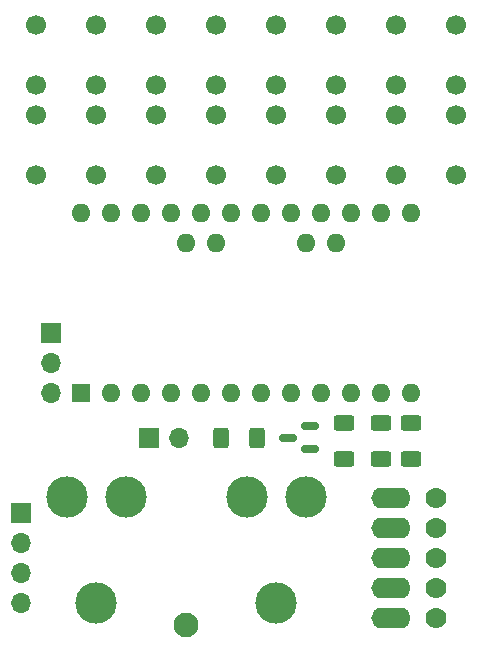
<source format=gbr>
%TF.GenerationSoftware,KiCad,Pcbnew,(6.0.7)*%
%TF.CreationDate,2022-08-14T18:42:22+02:00*%
%TF.ProjectId,BURC_Encoder_JRFormat,42555243-5f45-46e6-936f-6465725f4a52,v1.0*%
%TF.SameCoordinates,Original*%
%TF.FileFunction,Soldermask,Top*%
%TF.FilePolarity,Negative*%
%FSLAX46Y46*%
G04 Gerber Fmt 4.6, Leading zero omitted, Abs format (unit mm)*
G04 Created by KiCad (PCBNEW (6.0.7)) date 2022-08-14 18:42:22*
%MOMM*%
%LPD*%
G01*
G04 APERTURE LIST*
G04 Aperture macros list*
%AMRoundRect*
0 Rectangle with rounded corners*
0 $1 Rounding radius*
0 $2 $3 $4 $5 $6 $7 $8 $9 X,Y pos of 4 corners*
0 Add a 4 corners polygon primitive as box body*
4,1,4,$2,$3,$4,$5,$6,$7,$8,$9,$2,$3,0*
0 Add four circle primitives for the rounded corners*
1,1,$1+$1,$2,$3*
1,1,$1+$1,$4,$5*
1,1,$1+$1,$6,$7*
1,1,$1+$1,$8,$9*
0 Add four rect primitives between the rounded corners*
20,1,$1+$1,$2,$3,$4,$5,0*
20,1,$1+$1,$4,$5,$6,$7,0*
20,1,$1+$1,$6,$7,$8,$9,0*
20,1,$1+$1,$8,$9,$2,$3,0*%
G04 Aperture macros list end*
%ADD10R,1.700000X1.700000*%
%ADD11O,1.700000X1.700000*%
%ADD12C,1.700000*%
%ADD13C,3.500000*%
%ADD14C,1.778000*%
%ADD15O,3.333600X1.766800*%
%ADD16RoundRect,0.250000X-0.625000X0.400000X-0.625000X-0.400000X0.625000X-0.400000X0.625000X0.400000X0*%
%ADD17RoundRect,0.250000X-0.400000X-0.625000X0.400000X-0.625000X0.400000X0.625000X-0.400000X0.625000X0*%
%ADD18R,1.600000X1.600000*%
%ADD19O,1.600000X1.600000*%
%ADD20C,2.100000*%
%ADD21RoundRect,0.150000X0.587500X0.150000X-0.587500X0.150000X-0.587500X-0.150000X0.587500X-0.150000X0*%
G04 APERTURE END LIST*
D10*
%TO.C,J4*%
X129540000Y-121920000D03*
D11*
X129540000Y-124460000D03*
X129540000Y-127000000D03*
X129540000Y-129540000D03*
%TD*%
D12*
%TO.C,SW12*%
X151130000Y-88265000D03*
X151130000Y-93345000D03*
%TD*%
D13*
%TO.C,U2*%
X153630000Y-120595000D03*
X151130000Y-129595000D03*
X148630000Y-120595000D03*
%TD*%
D12*
%TO.C,SW7*%
X161290000Y-80645000D03*
X161290000Y-85725000D03*
%TD*%
%TO.C,SW5*%
X151130000Y-80645000D03*
X151130000Y-85725000D03*
%TD*%
D10*
%TO.C,J2*%
X132080000Y-106680000D03*
D11*
X132080000Y-109220000D03*
X132080000Y-111760000D03*
%TD*%
D14*
%TO.C,J1*%
X164659221Y-120719532D03*
X164659221Y-128339532D03*
X164659221Y-123259532D03*
X164659221Y-125799532D03*
X164659221Y-130879532D03*
D15*
X160849221Y-120719532D03*
X160849221Y-123259532D03*
X160849221Y-125799532D03*
X160849221Y-128339532D03*
X160849221Y-130879532D03*
%TD*%
D12*
%TO.C,SW13*%
X146050000Y-88265000D03*
X146050000Y-93345000D03*
%TD*%
%TO.C,SW10*%
X161290000Y-88265000D03*
X161290000Y-93345000D03*
%TD*%
%TO.C,SW1*%
X130810000Y-80645000D03*
X130810000Y-85725000D03*
%TD*%
%TO.C,SW3*%
X140970000Y-80645000D03*
X140970000Y-85725000D03*
%TD*%
%TO.C,SW16*%
X130810000Y-88265000D03*
X130810000Y-93345000D03*
%TD*%
D16*
%TO.C,R4*%
X156845000Y-114300000D03*
X156845000Y-117400000D03*
%TD*%
D17*
%TO.C,R1*%
X146405000Y-115570000D03*
X149505000Y-115570000D03*
%TD*%
D12*
%TO.C,SW8*%
X166370000Y-80645000D03*
X166370000Y-85725000D03*
%TD*%
%TO.C,SW9*%
X166370000Y-88265000D03*
X166370000Y-93345000D03*
%TD*%
D16*
%TO.C,R3*%
X160020000Y-114300000D03*
X160020000Y-117400000D03*
%TD*%
D12*
%TO.C,SW2*%
X135890000Y-80645000D03*
X135890000Y-85725000D03*
%TD*%
D13*
%TO.C,U3*%
X138390000Y-120595000D03*
X135890000Y-129595000D03*
X133390000Y-120595000D03*
%TD*%
D12*
%TO.C,SW4*%
X146050000Y-80645000D03*
X146050000Y-85725000D03*
%TD*%
D18*
%TO.C,U1*%
X134620000Y-111825000D03*
D19*
X137160000Y-111825000D03*
X139700000Y-111825000D03*
X142240000Y-111825000D03*
X144780000Y-111825000D03*
X147320000Y-111825000D03*
X149860000Y-111825000D03*
X152400000Y-111825000D03*
X154940000Y-111825000D03*
X157480000Y-111825000D03*
X160020000Y-111825000D03*
X162560000Y-111825000D03*
X162560000Y-96585000D03*
X160020000Y-96585000D03*
X157480000Y-96585000D03*
X154940000Y-96585000D03*
X152400000Y-96585000D03*
X149860000Y-96585000D03*
X147320000Y-96585000D03*
X144780000Y-96585000D03*
X142240000Y-96585000D03*
X139700000Y-96585000D03*
X137160000Y-96585000D03*
X134620000Y-96585000D03*
X143510000Y-99125000D03*
X146050000Y-99125000D03*
X153670000Y-99125000D03*
X156210000Y-99125000D03*
%TD*%
D12*
%TO.C,SW15*%
X135890000Y-88265000D03*
X135890000Y-93345000D03*
%TD*%
D16*
%TO.C,R2*%
X162560000Y-114300000D03*
X162560000Y-117400000D03*
%TD*%
D12*
%TO.C,SW6*%
X156210000Y-80645000D03*
X156210000Y-85725000D03*
%TD*%
%TO.C,SW14*%
X140970000Y-88265000D03*
X140970000Y-93345000D03*
%TD*%
D20*
%TO.C,REF\u002A\u002A*%
X143510000Y-131445000D03*
%TD*%
D10*
%TO.C,J3*%
X140335000Y-115570000D03*
D11*
X142875000Y-115570000D03*
%TD*%
D21*
%TO.C,Q1*%
X153972500Y-116520000D03*
X153972500Y-114620000D03*
X152097500Y-115570000D03*
%TD*%
D12*
%TO.C,SW11*%
X156210000Y-88265000D03*
X156210000Y-93345000D03*
%TD*%
M02*

</source>
